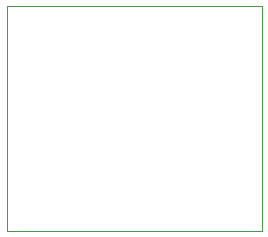
<source format=gbr>
%TF.GenerationSoftware,KiCad,Pcbnew,(5.1.6)-1*%
%TF.CreationDate,2020-11-03T09:44:00-08:00*%
%TF.ProjectId,Breakout_10TSSOP,42726561-6b6f-4757-945f-31305453534f,rev?*%
%TF.SameCoordinates,Original*%
%TF.FileFunction,Profile,NP*%
%FSLAX46Y46*%
G04 Gerber Fmt 4.6, Leading zero omitted, Abs format (unit mm)*
G04 Created by KiCad (PCBNEW (5.1.6)-1) date 2020-11-03 09:44:00*
%MOMM*%
%LPD*%
G01*
G04 APERTURE LIST*
%TA.AperFunction,Profile*%
%ADD10C,0.050000*%
%TD*%
G04 APERTURE END LIST*
D10*
X119380000Y-117475000D02*
X119380000Y-98425000D01*
X140970000Y-117475000D02*
X119380000Y-117475000D01*
X140970000Y-98425000D02*
X140970000Y-117475000D01*
X119380000Y-98425000D02*
X140970000Y-98425000D01*
M02*

</source>
